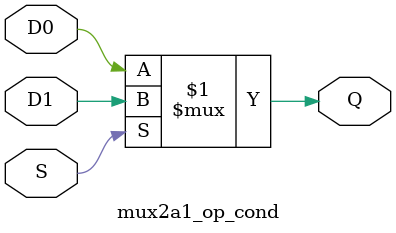
<source format=sv>

`timescale 1ns/1ps



module mux2a1_sec(
  	input D0, D1, S,
  	output reg Q
);
	always @ (*) begin
      if (!S) Q = D0;
      else Q = D1;
    end
      
endmodule


//     ____________       _________________________     //
//____/  Mux 2 a 1 \_____/  Compuertas primitivas  \____//

module mux2a1_comp(
  	input D0, D1, S,
  	output Q
);
  
  wire Snegado;
  wire n0, n1;
  
  not u0 (Snegado, S);
  and u1 (n0, D0,Snegado);
  and u2 (n1, D1,S);
  or u3 (Q, n0,n1);
  
endmodule


//     ____________       ________________________     //
//____/  Mux 2 a 1 \_____/  Ecuaciones booleanas  \____//

module mux2a1_ec_bool(
  	input D0, D1, S,
  	output Q
);
  
  wire Snegado;
  wire n0, n1;
  
  assign Snegado = ~S;
  assign n0 = D0&Snegado;
  assign n1 = D1&S;
  assign Q = n0|n1;
  
endmodule


//     ____________       ________________________     //
//____/  Mux 2 a 1 \_____/  Operador condicional  \____//
      
module mux2a1_op_cond(
  	input D0, D1, S,
  	output Q
);
  
  assign Q = S?D1:D0;
  
endmodule
</source>
